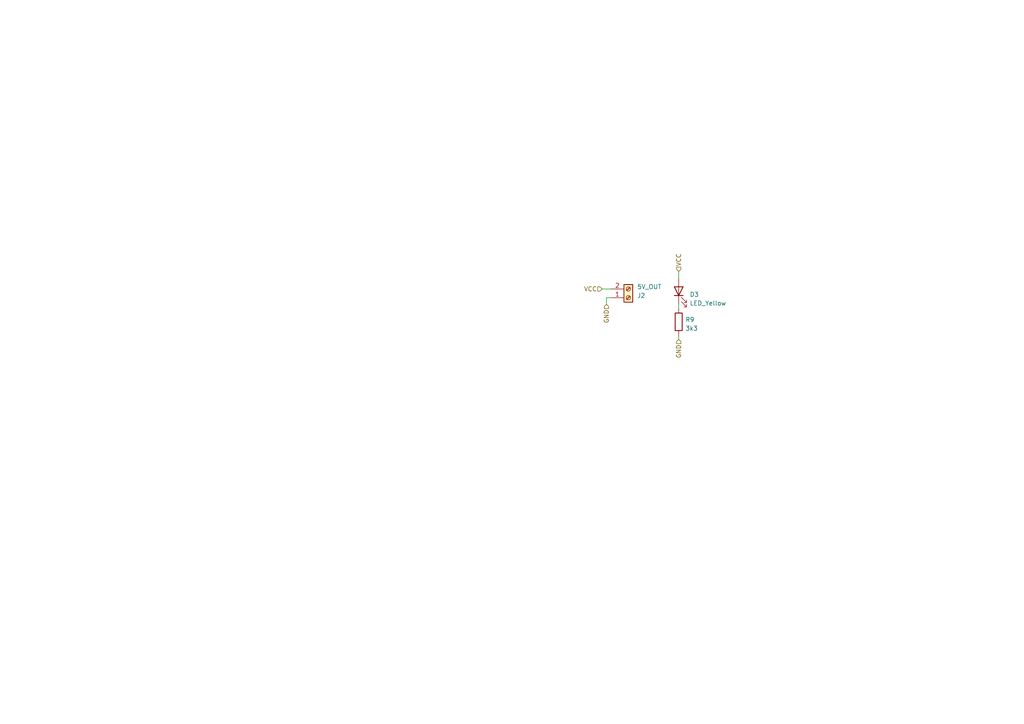
<source format=kicad_sch>
(kicad_sch (version 20230121) (generator eeschema)
  (paper "A4")
  (title_block (title "The Supluwu") (date "2023-12-29") (rev "1") (company "FG Labs"))
  (lib_symbols
    (symbol "Connector:Screw_Terminal_01x02" (pin_names (offset 1.016) hide)
      (property "Reference" "J" (at 0 2.54 0))
      (property "Value" "Screw_Terminal_01x02" (at 0 -5.08 0))
      (symbol "Screw_Terminal_01x02_1_1"
        (rectangle (start -1.27 1.27) (end 1.27 -3.81) (stroke (width 0.254)) (fill (type background)))
        (circle (center 0 -2.54) (radius 0.635) (stroke (width 0.1524)))
        (polyline (pts (xy -0.5334 -2.2098) (xy 0.3302 -3.048)) (stroke (width 0.1524)))
        (polyline (pts (xy -0.5334 0.3302) (xy 0.3302 -0.508)) (stroke (width 0.1524)))
        (polyline (pts (xy -0.3556 -2.032) (xy 0.508 -2.8702)) (stroke (width 0.1524)))
        (polyline (pts (xy -0.3556 0.508) (xy 0.508 -0.3302)) (stroke (width 0.1524)))
        (circle (center 0 0) (radius 0.635) (stroke (width 0.1524)))
        (pin passive line (at -5.08 0 0) (length 3.81) (name "Pin_1") (number "1"))
        (pin passive line (at -5.08 -2.54 0) (length 3.81) (name "Pin_2") (number "2"))
      )
    )
    (symbol "Device:LED" (pin_numbers hide) (pin_names (offset 1.016) hide)
      (property "Reference" "D" (at 0 2.54 0))
      (property "Value" "LED" (at 0 -2.54 0))
      (symbol "LED_0_1"
        (polyline (pts (xy -1.27 -1.27) (xy -1.27 1.27)) (stroke (width 0.254)))
        (polyline (pts (xy -1.27 0) (xy 1.27 0)))
        (polyline (pts (xy 1.27 -1.27) (xy 1.27 1.27) (xy -1.27 0) (xy 1.27 -1.27)) (stroke (width 0.254)))
        (polyline (pts (xy -3.048 -0.762) (xy -4.572 -2.286) (xy -3.81 -2.286) (xy -4.572 -2.286) (xy -4.572 -1.524)))
        (polyline (pts (xy -1.778 -0.762) (xy -3.302 -2.286) (xy -2.54 -2.286) (xy -3.302 -2.286) (xy -3.302 -1.524)))
      )
      (symbol "LED_1_1"
        (pin passive line (at -3.81 0 0) (length 2.54) (name "K") (number "1"))
        (pin passive line (at 3.81 0 180) (length 2.54) (name "A") (number "2"))
      )
    )
    (symbol "Device:R" (pin_numbers hide) (pin_names (offset 0))
      (property "Reference" "R" (at 2.032 0 90))
      (property "Value" "R" (at 0 0 90))
      (symbol "R_0_1"
        (rectangle (start -1.016 -2.54) (end 1.016 2.54) (stroke (width 0.254)))
      )
      (symbol "R_1_1"
        (pin passive line (at 0 3.81 270) (length 1.27) (name "~") (number "1"))
        (pin passive line (at 0 -3.81 90) (length 1.27) (name "~") (number "2"))
      )
    )
  )
  (wire (pts (xy 196.85 78.74) (xy 196.85 80.645)))
  (wire (pts (xy 177.165 86.36) (xy 175.895 86.36)))
  (wire (pts (xy 174.625 83.82) (xy 177.165 83.82)))
  (wire (pts (xy 196.85 97.155) (xy 196.85 98.425)))
  (wire (pts (xy 175.895 86.36) (xy 175.895 88.265)))
  (wire (pts (xy 196.85 88.265) (xy 196.85 89.535)))
  (hierarchical_label "VCC" (shape input) (at 196.85 78.74 90))
  (hierarchical_label "GND" (shape input) (at 175.895 88.265 270))
  (hierarchical_label "GND" (shape input) (at 196.85 98.425 270))
  (hierarchical_label "VCC" (shape input) (at 174.625 83.82 180))
  (symbol (lib_id "Device:R") (at 196.85 93.345 0) (unit 1)
    (property "Reference" "R9" (at 198.755 92.71 0) (effects (justify left)))
    (property "Value" "3k3" (at 198.755 95.25 0) (effects (justify left)))
    (property "Footprint" "Resistor_SMD:R_0603_1608Metric" (effects hide))
    (instances (project "The Supluwu PCB" (path "" (reference "R9") (unit 1)) (path "" (reference "R10") (unit 1)) (path "" (reference "R9") (unit 1)) (path "" (reference "R12") (unit 1)) (path "" (reference "R13") (unit 1)) (path "" (reference "R11") (unit 1)) (path "" (reference "R14") (unit 1)) (path "" (reference "R15") (unit 1))))
  )
  (symbol (lib_id "Connector:Screw_Terminal_01x02") (at 182.245 86.36 0) (mirror x) (unit 1)
    (property "Reference" "J2" (at 184.785 85.725 0) (effects (justify left)))
    (property "Value" "5V_OUT" (at 184.785 83.185 0) (effects (justify left)))
    (property "Footprint" "TerminalBlock:TerminalBlock_bornier-2_P5.08mm" (effects hide))
    (instances (project "The Supluwu PCB" (path "" (reference "J2") (unit 1)) (path "" (reference "J2") (unit 1)) (path "" (reference "J3") (unit 1)) (path "" (reference "J4") (unit 1)) (path "" (reference "J5") (unit 1)) (path "" (reference "J6") (unit 1)) (path "" (reference "J7") (unit 1))))
  )
  (symbol (lib_id "Device:LED") (at 196.85 84.455 90) (unit 1)
    (property "Reference" "D3" (at 200.025 85.4075 90) (effects (justify right)))
    (property "Value" "LED_Yellow" (at 200.025 87.9475 90) (effects (justify right)))
    (property "Footprint" "LED_SMD:LED_0603_1608Metric" (effects hide))
    (instances (project "The Supluwu PCB" (path "" (reference "D3") (unit 1)) (path "" (reference "D4") (unit 1)) (path "" (reference "D3") (unit 1)) (path "" (reference "D6") (unit 1)) (path "" (reference "D7") (unit 1)) (path "" (reference "D5") (unit 1)) (path "" (reference "D8") (unit 1)) (path "" (reference "D9") (unit 1))))
  )
)
</source>
